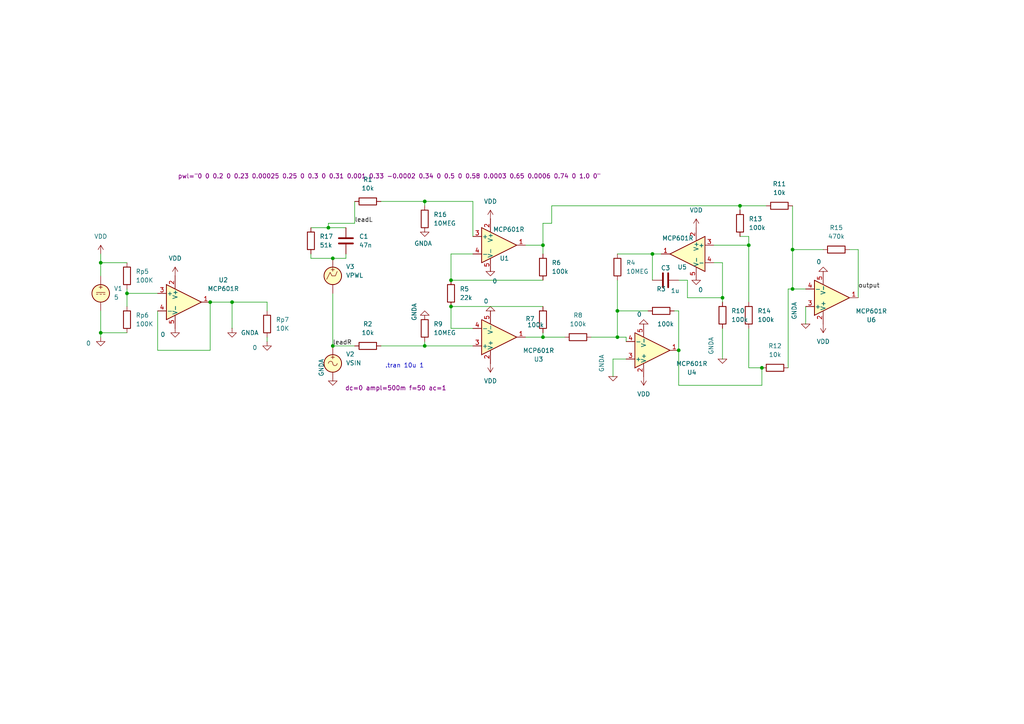
<source format=kicad_sch>
(kicad_sch (version 20250114) (generator "eeschema") (generator_version "9.0")
  (paper "A4")
  (lib_symbols
    (symbol "Amplifier_Operational:MCP601R" (pin_names (offset 0.127))
      (property "Reference" "U" (at 0 5.08 0))
      (property "Value" "MCP601R" (at 0 -5.08 0))
      (symbol "MCP601R_0_1"
        (polyline (pts (xy -5.08 5.08) (xy 5.08 0) (xy -5.08 -5.08) (xy -5.08 5.08)) (stroke (width 0.254)) (fill (type background)))
      )
      (symbol "MCP601R_1_1"
        (pin input line (at -7.62 2.54 0) (length 2.54) (name "+") (number "3"))
        (pin input line (at -7.62 -2.54 0) (length 2.54) (name "-") (number "4"))
        (pin power_in line (at -2.54 7.62 270) (length 3.81) (name "V+") (number "2"))
        (pin power_in line (at -2.54 -7.62 90) (length 3.81) (name "V-") (number "5"))
        (pin output line (at 7.62 0 180) (length 2.54) (name "~") (number "1"))
      )
    )
    (symbol "Device:C" (pin_numbers (hide yes)) (pin_names (offset 0.254))
      (property "Reference" "C" (at 0.635 2.54 0))
      (property "Value" "C" (at 0.635 -2.54 0))
      (symbol "C_0_1"
        (polyline (pts (xy -2.032 0.762) (xy 2.032 0.762)) (stroke (width 0.508)))
        (polyline (pts (xy -2.032 -0.762) (xy 2.032 -0.762)) (stroke (width 0.508)))
      )
      (symbol "C_1_1"
        (pin passive line (at 0 3.81 270) (length 2.794) (name "~") (number "1"))
        (pin passive line (at 0 -3.81 90) (length 2.794) (name "~") (number "2"))
      )
    )
    (symbol "Device:R" (pin_numbers (hide yes)) (pin_names (offset 0))
      (property "Reference" "R" (at 2.032 0 90))
      (property "Value" "R" (at 0 0 90))
      (symbol "R_0_1"
        (rectangle (start -1.016 -2.54) (end 1.016 2.54) (stroke (width 0.254)))
      )
      (symbol "R_1_1"
        (pin passive line (at 0 3.81 270) (length 1.27) (name "~") (number "1"))
        (pin passive line (at 0 -3.81 90) (length 1.27) (name "~") (number "2"))
      )
    )
    (symbol "Simulation_SPICE:0" (power) (pin_numbers (hide yes)) (pin_names (offset 0) (hide yes))
      (property "Value" "0" (at 0 -2.54 0))
      (symbol "0_0_1"
        (polyline (pts (xy -1.27 0) (xy 0 -1.27) (xy 1.27 0) (xy -1.27 0)))
      )
      (symbol "0_1_1"
        (pin power_in line (at 0 0 0) (length 0) (name "~") (number "1"))
      )
    )
    (symbol "Simulation_SPICE:VDC" (pin_numbers (hide yes)) (pin_names (offset 0.0254))
      (property "Reference" "V" (at 2.54 2.54 0))
      (property "Value" "1" (at 2.54 0 0))
      (symbol "VDC_0_0"
        (polyline (pts (xy -1.27 0.254) (xy 1.27 0.254)))
        (polyline (pts (xy -0.762 -0.254) (xy -1.27 -0.254)))
        (polyline (pts (xy 0.254 -0.254) (xy -0.254 -0.254)))
        (polyline (pts (xy 1.27 -0.254) (xy 0.762 -0.254)))
        (text "+" (at 0 1.905 0) (effects (font (size 1.27 1.27))))
      )
      (symbol "VDC_0_1"
        (circle (center 0 0) (radius 2.54) (stroke (width 0.254)) (fill (type background)))
      )
      (symbol "VDC_1_1"
        (pin passive line (at 0 5.08 270) (length 2.54) (name "~") (number "1"))
        (pin passive line (at 0 -5.08 90) (length 2.54) (name "~") (number "2"))
      )
    )
    (symbol "Simulation_SPICE:VPWL" (pin_numbers (hide yes)) (pin_names (offset 0.0254))
      (property "Reference" "V" (at 2.54 2.54 0))
      (property "Value" "VPWL" (at 2.54 0 0))
      (property "Sim.Params" "pwl=\"0 -1 50n -1 51n 0 97n 1 171n -1 200n -1\"" (at 2.54 -2.54 0))
      (symbol "VPWL_0_0"
        (polyline (pts (xy -1.778 -1.016) (xy -0.762 1.016) (xy -0.254 0) (xy 0.762 0) (xy 1.27 1.27)))
        (text "+" (at 0 1.905 0) (effects (font (size 1.27 1.27))))
      )
      (symbol "VPWL_0_1"
        (circle (center 0 0) (radius 2.54) (stroke (width 0.254)) (fill (type background)))
      )
      (symbol "VPWL_1_1"
        (pin passive line (at 0 5.08 270) (length 2.54) (name "~") (number "1"))
        (pin passive line (at 0 -5.08 90) (length 2.54) (name "~") (number "2"))
      )
    )
    (symbol "Simulation_SPICE:VSIN" (pin_numbers (hide yes)) (pin_names (offset 0.0254))
      (property "Reference" "V" (at 2.54 2.54 0))
      (property "Value" "VSIN" (at 2.54 0 0))
      (property "Sim.Params" "dc=0 ampl=1 f=1k ac=1" (at 2.54 -2.54 0))
      (symbol "VSIN_0_0"
        (arc (start -1.27 0) (mid -0.635 0.6323) (end 0 0))
        (arc (start 1.27 0) (mid 0.635 -0.6323) (end 0 0))
        (text "+" (at 0 1.905 0) (effects (font (size 1.27 1.27))))
      )
      (symbol "VSIN_0_1"
        (circle (center 0 0) (radius 2.54) (stroke (width 0.254)) (fill (type background)))
      )
      (symbol "VSIN_1_1"
        (pin passive line (at 0 5.08 270) (length 2.54) (name "~") (number "1"))
        (pin passive line (at 0 -5.08 90) (length 2.54) (name "~") (number "2"))
      )
    )
    (symbol "power:GND" (power) (pin_numbers (hide yes)) (pin_names (offset 0) (hide yes))
      (property "Value" "GND" (at 0 -3.81 0))
      (symbol "GND_0_1"
        (polyline (pts (xy 0 0) (xy 0 -1.27) (xy 1.27 -1.27) (xy 0 -2.54) (xy -1.27 -1.27) (xy 0 -1.27)))
      )
      (symbol "GND_1_1"
        (pin power_in line (at 0 0 270) (length 0) (name "~") (number "1"))
      )
    )
    (symbol "power:VDD" (power) (pin_numbers (hide yes)) (pin_names (offset 0) (hide yes))
      (property "Value" "VDD" (at 0 3.556 0))
      (symbol "VDD_0_1"
        (polyline (pts (xy -0.762 1.27) (xy 0 2.54)))
        (polyline (pts (xy 0 2.54) (xy 0.762 1.27)))
        (polyline (pts (xy 0 0) (xy 0 2.54)))
      )
      (symbol "VDD_1_1"
        (pin power_in line (at 0 0 90) (length 0) (name "~") (number "1"))
      )
    )
  )
  (text ".tran 10u 1" (at 117.348 106.172 0) (effects (font (size 1.27 1.27))))
  (junction (at 67.31 87.63))
  (junction (at 123.19 100.33))
  (junction (at 196.85 101.6))
  (junction (at 29.21 76.2))
  (junction (at 130.81 81.28))
  (junction (at 179.07 97.79))
  (junction (at 36.83 85.09))
  (junction (at 29.21 96.52))
  (junction (at 229.87 83.82))
  (junction (at 130.81 88.9))
  (junction (at 123.19 58.42))
  (junction (at 209.55 86.36))
  (junction (at 157.48 97.79))
  (junction (at 220.98 106.68))
  (junction (at 217.17 71.12))
  (junction (at 214.63 59.69))
  (junction (at 60.96 87.63))
  (junction (at 229.87 72.39))
  (junction (at 96.52 74.93))
  (junction (at 179.07 90.17))
  (junction (at 95.25 66.04))
  (junction (at 157.48 71.12))
  (junction (at 189.23 73.66))
  (junction (at 96.52 100.33))
  (wire (pts (xy 233.68 88.9) (xy 233.68 93.98)))
  (wire (pts (xy 209.55 86.36) (xy 209.55 87.63)))
  (wire (pts (xy 220.98 111.76) (xy 196.85 111.76)))
  (wire (pts (xy 102.87 58.42) (xy 102.87 64.77)))
  (wire (pts (xy 96.52 85.09) (xy 96.52 100.33)))
  (wire (pts (xy 214.63 59.69) (xy 160.02 59.69)))
  (wire (pts (xy 123.19 58.42) (xy 123.19 59.69)))
  (wire (pts (xy 95.25 64.77) (xy 102.87 64.77)))
  (wire (pts (xy 179.07 81.28) (xy 179.07 90.17)))
  (wire (pts (xy 179.07 97.79) (xy 181.61 97.79)))
  (wire (pts (xy 137.16 73.66) (xy 130.81 73.66)))
  (wire (pts (xy 157.48 96.52) (xy 157.48 97.79)))
  (wire (pts (xy 130.81 81.28) (xy 157.48 81.28)))
  (wire (pts (xy 228.6 83.82) (xy 229.87 83.82)))
  (wire (pts (xy 67.31 87.63) (xy 67.31 95.25)))
  (wire (pts (xy 229.87 83.82) (xy 233.68 83.82)))
  (wire (pts (xy 45.72 90.17) (xy 45.72 101.6)))
  (wire (pts (xy 209.55 76.2) (xy 209.55 86.36)))
  (wire (pts (xy 217.17 95.25) (xy 217.17 106.68)))
  (wire (pts (xy 130.81 88.9) (xy 157.48 88.9)))
  (wire (pts (xy 123.19 99.06) (xy 123.19 100.33)))
  (wire (pts (xy 36.83 76.2) (xy 29.21 76.2)))
  (wire (pts (xy 152.4 71.12) (xy 157.48 71.12)))
  (wire (pts (xy 179.07 73.66) (xy 189.23 73.66)))
  (wire (pts (xy 220.98 106.68) (xy 220.98 111.76)))
  (wire (pts (xy 123.19 58.42) (xy 137.16 58.42)))
  (wire (pts (xy 160.02 59.69) (xy 160.02 64.77)))
  (wire (pts (xy 45.72 101.6) (xy 60.96 101.6)))
  (wire (pts (xy 177.8 104.14) (xy 177.8 109.22)))
  (wire (pts (xy 160.02 64.77) (xy 157.48 64.77)))
  (wire (pts (xy 248.92 72.39) (xy 246.38 72.39)))
  (wire (pts (xy 36.83 85.09) (xy 36.83 88.9)))
  (wire (pts (xy 96.52 74.93) (xy 90.17 74.93)))
  (wire (pts (xy 95.25 66.04) (xy 95.25 64.77)))
  (wire (pts (xy 90.17 66.04) (xy 95.25 66.04)))
  (wire (pts (xy 123.19 100.33) (xy 137.16 100.33)))
  (wire (pts (xy 181.61 97.79) (xy 181.61 99.06)))
  (wire (pts (xy 29.21 76.2) (xy 29.21 73.66)))
  (wire (pts (xy 67.31 87.63) (xy 77.47 87.63)))
  (wire (pts (xy 179.07 90.17) (xy 179.07 97.79)))
  (wire (pts (xy 100.33 74.93) (xy 96.52 74.93)))
  (wire (pts (xy 229.87 72.39) (xy 229.87 83.82)))
  (wire (pts (xy 95.25 66.04) (xy 100.33 66.04)))
  (wire (pts (xy 196.85 90.17) (xy 196.85 101.6)))
  (wire (pts (xy 77.47 97.79) (xy 77.47 99.06)))
  (wire (pts (xy 199.39 86.36) (xy 209.55 86.36)))
  (wire (pts (xy 29.21 97.79) (xy 29.21 96.52)))
  (wire (pts (xy 110.49 100.33) (xy 123.19 100.33)))
  (wire (pts (xy 157.48 64.77) (xy 157.48 71.12)))
  (wire (pts (xy 36.83 96.52) (xy 29.21 96.52)))
  (wire (pts (xy 137.16 58.42) (xy 137.16 68.58)))
  (wire (pts (xy 171.45 97.79) (xy 179.07 97.79)))
  (wire (pts (xy 229.87 72.39) (xy 238.76 72.39)))
  (wire (pts (xy 189.23 73.66) (xy 189.23 81.28)))
  (wire (pts (xy 60.96 87.63) (xy 60.96 101.6)))
  (wire (pts (xy 199.39 81.28) (xy 199.39 86.36)))
  (wire (pts (xy 189.23 73.66) (xy 191.77 73.66)))
  (wire (pts (xy 196.85 111.76) (xy 196.85 101.6)))
  (wire (pts (xy 130.81 88.9) (xy 130.81 95.25)))
  (wire (pts (xy 100.33 74.93) (xy 100.33 73.66)))
  (wire (pts (xy 217.17 68.58) (xy 214.63 68.58)))
  (wire (pts (xy 229.87 59.69) (xy 229.87 72.39)))
  (wire (pts (xy 77.47 87.63) (xy 77.47 90.17)))
  (wire (pts (xy 217.17 87.63) (xy 217.17 71.12)))
  (wire (pts (xy 217.17 71.12) (xy 217.17 68.58)))
  (wire (pts (xy 214.63 59.69) (xy 214.63 60.96)))
  (wire (pts (xy 207.01 76.2) (xy 209.55 76.2)))
  (wire (pts (xy 137.16 95.25) (xy 130.81 95.25)))
  (wire (pts (xy 36.83 85.09) (xy 45.72 85.09)))
  (wire (pts (xy 96.52 100.33) (xy 102.87 100.33)))
  (wire (pts (xy 60.96 87.63) (xy 67.31 87.63)))
  (wire (pts (xy 196.85 81.28) (xy 199.39 81.28)))
  (wire (pts (xy 181.61 104.14) (xy 177.8 104.14)))
  (wire (pts (xy 110.49 58.42) (xy 123.19 58.42)))
  (wire (pts (xy 214.63 59.69) (xy 222.25 59.69)))
  (wire (pts (xy 187.96 90.17) (xy 179.07 90.17)))
  (wire (pts (xy 157.48 97.79) (xy 163.83 97.79)))
  (wire (pts (xy 29.21 76.2) (xy 29.21 80.01)))
  (wire (pts (xy 248.92 86.36) (xy 248.92 72.39)))
  (wire (pts (xy 207.01 71.12) (xy 217.17 71.12)))
  (wire (pts (xy 152.4 97.79) (xy 157.48 97.79)))
  (wire (pts (xy 29.21 96.52) (xy 29.21 90.17)))
  (wire (pts (xy 195.58 90.17) (xy 196.85 90.17)))
  (wire (pts (xy 157.48 71.12) (xy 157.48 73.66)))
  (wire (pts (xy 36.83 83.82) (xy 36.83 85.09)))
  (wire (pts (xy 130.81 73.66) (xy 130.81 81.28)))
  (wire (pts (xy 228.6 106.68) (xy 228.6 83.82)))
  (wire (pts (xy 217.17 106.68) (xy 220.98 106.68)))
  (wire (pts (xy 209.55 95.25) (xy 209.55 104.14)))
  (wire (pts (xy 90.17 74.93) (xy 90.17 73.66)))
  (label "leadL" (at 102.87 64.77 0))
  (label "leadR" (at 96.52 100.33 0))
  (label "output" (at 248.92 83.82 0))
  (symbol (lib_id "power:GND") (at 77.47 99.06 0) (unit 1)
    (property "Reference" "#PWR07" (effects (hide yes)))
    (property "Value" "0" (at 73.914 100.838 0))
    (property "Description" "Power symbol creates a global label with name \"GND\" , ground" (effects (hide yes)))
  )
  (symbol (lib_id "power:GND") (at 67.31 95.25 0) (unit 1)
    (property "Reference" "#PWR08" (effects (hide yes)))
    (property "Value" "GNDA" (at 69.85 96.5199 0) (effects (justify left)))
    (property "Description" "Power symbol creates a global label with name \"GND\" , ground" (effects (hide yes)))
  )
  (symbol (lib_id "Device:R") (at 90.17 69.85 180) (unit 1)
    (property "Reference" "R17" (at 92.71 68.5799 0) (effects (justify right)))
    (property "Value" "51k" (at 92.71 71.1199 0) (effects (justify right)))
    (property "Description" "Resistor" (effects (hide yes)))
  )
  (symbol (lib_id "Simulation_SPICE:0") (at 186.69 93.98 180) (unit 1)
    (property "Reference" "#GND05" (effects (hide yes)))
    (property "Value" "0" (at 185.42 91.186 0))
    (property "Datasheet" "https://ngspice.sourceforge.io/docs/ngspice-html-manual/manual.xhtml#subsec_Circuit_elements__device" (effects (hide yes)))
    (property "Description" "0V reference potential for simulation" (effects (hide yes)))
  )
  (symbol (lib_id "power:GND") (at 50.8 95.25 0) (unit 1)
    (property "Reference" "#PWR06" (effects (hide yes)))
    (property "Value" "0" (at 47.244 97.028 0))
    (property "Description" "Power symbol creates a global label with name \"GND\" , ground" (effects (hide yes)))
  )
  (symbol (lib_id "Device:C") (at 193.04 81.28 90) (unit 1)
    (property "Reference" "C3" (at 193.04 77.724 90))
    (property "Value" "1u" (at 195.834 84.328 90))
    (property "Description" "Unpolarized capacitor" (effects (hide yes)))
  )
  (symbol (lib_id "power:VDD") (at 201.93 66.04 0) (unit 1)
    (property "Reference" "#PWR05" (effects (hide yes)))
    (property "Value" "VDD" (at 201.93 60.96 0))
    (property "Description" "Power symbol creates a global label with name \"VDD\"" (effects (hide yes)))
  )
  (symbol (lib_id "Device:R") (at 36.83 80.01 0) (unit 1)
    (property "Reference" "Rp5" (at 39.37 78.7399 0) (effects (justify left)))
    (property "Value" "100K" (at 39.37 81.2799 0) (effects (justify left)))
    (property "Description" "Resistor" (effects (hide yes)))
  )
  (symbol (lib_id "Device:R") (at 106.68 100.33 90) (unit 1)
    (property "Reference" "R2" (at 106.68 93.98 90))
    (property "Value" "10k" (at 106.68 96.52 90))
    (property "Description" "Resistor" (effects (hide yes)))
  )
  (symbol (lib_id "Simulation_SPICE:VPWL") (at 96.52 80.01 0) (unit 1)
    (property "Reference" "V3" (at 100.33 77.3401 0) (effects (justify left)))
    (property "Value" "VPWL" (at 100.33 79.8801 0) (effects (justify left)))
    (property "Datasheet" "https://ngspice.sourceforge.io/docs/ngspice-html-manual/manual.xhtml#sec_Independent_Sources_for" (effects (hide yes)))
    (property "Description" "Voltage source, piece-wise linear" (effects (hide yes)))
    (property "Sim.Pins" "1=+ 2=-" (effects (hide yes)))
    (property "Sim.Device" "V" (effects (hide yes)))
    (property "Sim.Params" "pwl=\"0 0 0.2 0 0.23 0.00025 0.25 0 0.3 0 0.31 0.001 0.33 -0.0002 0.34 0 0.5 0 0.58 0.0003 0.65 0.0006 0.74 0 1.0 0\"" (at 51.562 51.054 0) (effects (justify left)))
    (property "Sim.Type" "PWL" (effects (hide yes)))
  )
  (symbol (lib_id "Device:R") (at 123.19 63.5 180) (unit 1)
    (property "Reference" "R16" (at 125.73 62.2299 0) (effects (justify right)))
    (property "Value" "10MEG" (at 125.73 64.7699 0) (effects (justify right)))
    (property "Description" "Resistor" (effects (hide yes)))
  )
  (symbol (lib_id "Device:R") (at 77.47 93.98 0) (unit 1)
    (property "Reference" "Rp7" (at 80.01 92.7099 0) (effects (justify left)))
    (property "Value" "10K" (at 80.01 95.2499 0) (effects (justify left)))
    (property "Description" "Resistor" (effects (hide yes)))
  )
  (symbol (lib_id "Device:R") (at 214.63 64.77 180) (unit 1)
    (property "Reference" "R13" (at 217.17 63.4999 0) (effects (justify right)))
    (property "Value" "100k" (at 217.17 66.0399 0) (effects (justify right)))
    (property "Description" "Resistor" (effects (hide yes)))
  )
  (symbol (lib_id "Device:R") (at 36.83 92.71 0) (unit 1)
    (property "Reference" "Rp6" (at 39.37 91.4399 0) (effects (justify left)))
    (property "Value" "100K" (at 39.37 93.9799 0) (effects (justify left)))
    (property "Description" "Resistor" (effects (hide yes)))
  )
  (symbol (lib_id "Device:R") (at 106.68 58.42 90) (unit 1)
    (property "Reference" "R1" (at 106.68 52.07 90))
    (property "Value" "10k" (at 106.68 54.61 90))
    (property "Description" "Resistor" (effects (hide yes)))
  )
  (symbol (lib_id "power:GND") (at 29.21 97.79 0) (unit 1)
    (property "Reference" "#PWR01" (effects (hide yes)))
    (property "Value" "0" (at 25.654 99.568 0))
    (property "Description" "Power symbol creates a global label with name \"GND\" , ground" (effects (hide yes)))
  )
  (symbol (lib_id "Amplifier_Operational:MCP601R") (at 241.3 86.36 0) (mirror x) (unit 1)
    (property "Reference" "U6" (at 252.73 92.7802 0))
    (property "Value" "MCP601R" (at 252.73 90.2402 0))
    (property "Footprint" "Package_TO_SOT_SMD:SOT-23-5" (effects (hide yes)))
    (property "Datasheet" "https://ww1.microchip.com/downloads/en/DeviceDoc/21314g.pdf" (effects (hide yes)))
    (property "Description" "Single 2.7V to 6.0V Single Supply CMOS Op Amps, SOT-23-5" (effects (hide yes)))
    (property "Sim.Library" "/home/pepika/work/faks/medicinska_elektronika/vezba1/MCP601_opamp.txt" (effects (hide yes)))
    (property "Sim.Name" "MCP601" (effects (hide yes)))
    (property "Sim.Device" "SUBCKT" (effects (hide yes)))
    (property "Sim.Pins" "1=5 2=3 3=1 4=2 5=4" (effects (hide yes)))
  )
  (symbol (lib_id "Amplifier_Operational:MCP601R") (at 189.23 101.6 0) (mirror x) (unit 1)
    (property "Reference" "U4" (at 200.66 108.0202 0))
    (property "Value" "MCP601R" (at 200.66 105.4802 0))
    (property "Footprint" "Package_TO_SOT_SMD:SOT-23-5" (effects (hide yes)))
    (property "Datasheet" "https://ww1.microchip.com/downloads/en/DeviceDoc/21314g.pdf" (effects (hide yes)))
    (property "Description" "Single 2.7V to 6.0V Single Supply CMOS Op Amps, SOT-23-5" (effects (hide yes)))
    (property "Sim.Library" "/home/pepika/work/faks/medicinska_elektronika/vezba1/MCP601_opamp.txt" (effects (hide yes)))
    (property "Sim.Name" "MCP601" (effects (hide yes)))
    (property "Sim.Device" "SUBCKT" (effects (hide yes)))
    (property "Sim.Pins" "1=5 2=3 3=1 4=2 5=4" (effects (hide yes)))
  )
  (symbol (lib_id "Simulation_SPICE:0") (at 142.24 78.74 0) (unit 1)
    (property "Reference" "#GND02" (effects (hide yes)))
    (property "Value" "0" (at 143.51 81.534 0))
    (property "Datasheet" "https://ngspice.sourceforge.io/docs/ngspice-html-manual/manual.xhtml#subsec_Circuit_elements__device" (effects (hide yes)))
    (property "Description" "0V reference potential for simulation" (effects (hide yes)))
  )
  (symbol (lib_id "Device:R") (at 123.19 95.25 180) (unit 1)
    (property "Reference" "R9" (at 125.73 93.9799 0) (effects (justify right)))
    (property "Value" "10MEG" (at 125.73 96.5199 0) (effects (justify right)))
    (property "Description" "Resistor" (effects (hide yes)))
  )
  (symbol (lib_id "power:VDD") (at 142.24 63.5 0) (unit 1)
    (property "Reference" "#PWR02" (effects (hide yes)))
    (property "Value" "VDD" (at 142.24 58.42 0))
    (property "Description" "Power symbol creates a global label with name \"VDD\"" (effects (hide yes)))
  )
  (symbol (lib_id "Device:R") (at 157.48 77.47 0) (unit 1)
    (property "Reference" "R6" (at 160.02 76.1999 0) (effects (justify left)))
    (property "Value" "100k" (at 160.02 78.7399 0) (effects (justify left)))
    (property "Description" "Resistor" (effects (hide yes)))
  )
  (symbol (lib_id "Device:C") (at 100.33 69.85 180) (unit 1)
    (property "Reference" "C1" (at 104.14 68.5799 0) (effects (justify right)))
    (property "Value" "47n" (at 104.14 71.1199 0) (effects (justify right)))
    (property "Description" "Unpolarized capacitor" (effects (hide yes)))
  )
  (symbol (lib_id "power:VDD") (at 142.24 105.41 180) (unit 1)
    (property "Reference" "#PWR03" (effects (hide yes)))
    (property "Value" "VDD" (at 142.24 110.49 0))
    (property "Description" "Power symbol creates a global label with name \"VDD\"" (effects (hide yes)))
  )
  (symbol (lib_id "Device:R") (at 191.77 90.17 270) (unit 1)
    (property "Reference" "R3" (at 191.77 83.82 90))
    (property "Value" "100k" (at 193.04 93.98 90))
    (property "Description" "Resistor" (effects (hide yes)))
  )
  (symbol (lib_id "Device:R") (at 209.55 91.44 0) (unit 1)
    (property "Reference" "R10" (at 212.09 90.1699 0) (effects (justify left)))
    (property "Value" "100k" (at 212.09 92.7099 0) (effects (justify left)))
    (property "Description" "Resistor" (effects (hide yes)))
  )
  (symbol (lib_id "Simulation_SPICE:0") (at 201.93 81.28 0) (unit 1)
    (property "Reference" "#GND04" (effects (hide yes)))
    (property "Value" "0" (at 203.2 84.074 0))
    (property "Datasheet" "https://ngspice.sourceforge.io/docs/ngspice-html-manual/manual.xhtml#subsec_Circuit_elements__device" (effects (hide yes)))
    (property "Description" "0V reference potential for simulation" (effects (hide yes)))
  )
  (symbol (lib_id "Device:R") (at 217.17 91.44 180) (unit 1)
    (property "Reference" "R14" (at 219.71 90.1699 0) (effects (justify right)))
    (property "Value" "100k" (at 219.71 92.7099 0) (effects (justify right)))
    (property "Description" "Resistor" (effects (hide yes)))
  )
  (symbol (lib_id "power:VDD") (at 238.76 93.98 180) (unit 1)
    (property "Reference" "#PWR011" (effects (hide yes)))
    (property "Value" "VDD" (at 238.76 99.06 0))
    (property "Description" "Power symbol creates a global label with name \"VDD\"" (effects (hide yes)))
  )
  (symbol (lib_id "Device:R") (at 130.81 85.09 180) (unit 1)
    (property "Reference" "R5" (at 133.35 83.8199 0) (effects (justify right)))
    (property "Value" "22k" (at 133.35 86.3599 0) (effects (justify right)))
    (property "Description" "Resistor" (effects (hide yes)))
  )
  (symbol (lib_id "Amplifier_Operational:MCP601R") (at 144.78 97.79 0) (mirror x) (unit 1)
    (property "Reference" "U3" (at 156.21 104.2102 0))
    (property "Value" "MCP601R" (at 156.21 101.6702 0))
    (property "Footprint" "Package_TO_SOT_SMD:SOT-23-5" (effects (hide yes)))
    (property "Datasheet" "https://ww1.microchip.com/downloads/en/DeviceDoc/21314g.pdf" (effects (hide yes)))
    (property "Description" "Single 2.7V to 6.0V Single Supply CMOS Op Amps, SOT-23-5" (effects (hide yes)))
    (property "Sim.Library" "/home/pepika/work/faks/medicinska_elektronika/vezba1/MCP601_opamp.txt" (effects (hide yes)))
    (property "Sim.Name" "MCP601" (effects (hide yes)))
    (property "Sim.Device" "SUBCKT" (effects (hide yes)))
    (property "Sim.Pins" "1=5 2=3 3=1 4=2 5=4" (effects (hide yes)))
  )
  (symbol (lib_id "Simulation_SPICE:0") (at 233.68 93.98 0) (unit 1)
    (property "Reference" "#GND09" (effects (hide yes)))
    (property "Value" "GNDA" (at 230.378 92.71 90) (effects (justify left)))
    (property "Datasheet" "https://ngspice.sourceforge.io/docs/ngspice-html-manual/manual.xhtml#subsec_Circuit_elements__device" (effects (hide yes)))
    (property "Description" "0V reference potential for simulation" (effects (hide yes)))
  )
  (symbol (lib_id "power:VDD") (at 50.8 80.01 0) (unit 1)
    (property "Reference" "#PWR010" (effects (hide yes)))
    (property "Value" "VDD" (at 50.8 74.93 0))
    (property "Description" "Power symbol creates a global label with name \"VDD\"" (effects (hide yes)))
  )
  (symbol (lib_id "Device:R") (at 179.07 77.47 0) (unit 1)
    (property "Reference" "R4" (at 181.61 76.1999 0) (effects (justify left)))
    (property "Value" "10MEG" (at 181.61 78.7399 0) (effects (justify left)))
    (property "Description" "Resistor" (effects (hide yes)))
  )
  (symbol (lib_id "power:VDD") (at 29.21 73.66 0) (unit 1)
    (property "Reference" "#PWR09" (effects (hide yes)))
    (property "Value" "VDD" (at 29.21 68.58 0))
    (property "Description" "Power symbol creates a global label with name \"VDD\"" (effects (hide yes)))
  )
  (symbol (lib_id "Amplifier_Operational:MCP601R") (at 199.39 73.66 0) (mirror y) (unit 1)
    (property "Reference" "U5" (at 197.866 77.47 0))
    (property "Value" "MCP601R" (at 196.596 69.088 0))
    (property "Footprint" "Package_TO_SOT_SMD:SOT-23-5" (effects (hide yes)))
    (property "Datasheet" "https://ww1.microchip.com/downloads/en/DeviceDoc/21314g.pdf" (effects (hide yes)))
    (property "Description" "Single 2.7V to 6.0V Single Supply CMOS Op Amps, SOT-23-5" (effects (hide yes)))
    (property "Sim.Library" "/home/pepika/work/faks/medicinska_elektronika/vezba1/MCP601_opamp.txt" (effects (hide yes)))
    (property "Sim.Name" "MCP601" (effects (hide yes)))
    (property "Sim.Device" "SUBCKT" (effects (hide yes)))
    (property "Sim.Pins" "1=5 2=3 3=1 4=2 5=4" (effects (hide yes)))
  )
  (symbol (lib_id "Device:R") (at 226.06 59.69 90) (unit 1)
    (property "Reference" "R11" (at 226.06 53.34 90))
    (property "Value" "10k" (at 226.06 55.88 90))
    (property "Description" "Resistor" (effects (hide yes)))
  )
  (symbol (lib_id "Device:R") (at 242.57 72.39 90) (unit 1)
    (property "Reference" "R15" (at 242.57 66.04 90))
    (property "Value" "470k" (at 242.57 68.58 90))
    (property "Description" "Resistor" (effects (hide yes)))
  )
  (symbol (lib_id "Simulation_SPICE:0") (at 238.76 78.74 180) (unit 1)
    (property "Reference" "#GND08" (effects (hide yes)))
    (property "Value" "0" (at 237.49 75.946 0))
    (property "Datasheet" "https://ngspice.sourceforge.io/docs/ngspice-html-manual/manual.xhtml#subsec_Circuit_elements__device" (effects (hide yes)))
    (property "Description" "0V reference potential for simulation" (effects (hide yes)))
  )
  (symbol (lib_id "Simulation_SPICE:0") (at 209.55 104.14 0) (unit 1)
    (property "Reference" "#GND06" (effects (hide yes)))
    (property "Value" "GNDA" (at 206.248 102.87 90) (effects (justify left)))
    (property "Datasheet" "https://ngspice.sourceforge.io/docs/ngspice-html-manual/manual.xhtml#subsec_Circuit_elements__device" (effects (hide yes)))
    (property "Description" "0V reference potential for simulation" (effects (hide yes)))
  )
  (symbol (lib_id "Simulation_SPICE:0") (at 142.24 90.17 180) (unit 1)
    (property "Reference" "#GND01" (effects (hide yes)))
    (property "Value" "0" (at 140.97 87.376 0))
    (property "Datasheet" "https://ngspice.sourceforge.io/docs/ngspice-html-manual/manual.xhtml#subsec_Circuit_elements__device" (effects (hide yes)))
    (property "Description" "0V reference potential for simulation" (effects (hide yes)))
  )
  (symbol (lib_id "Amplifier_Operational:MCP601R") (at 53.34 87.63 0) (unit 1)
    (property "Reference" "U2" (at 64.77 81.2098 0))
    (property "Value" "MCP601R" (at 64.77 83.7498 0))
    (property "Footprint" "Package_TO_SOT_SMD:SOT-23-5" (effects (hide yes)))
    (property "Datasheet" "https://ww1.microchip.com/downloads/en/DeviceDoc/21314g.pdf" (effects (hide yes)))
    (property "Description" "Single 2.7V to 6.0V Single Supply CMOS Op Amps, SOT-23-5" (effects (hide yes)))
    (property "Sim.Library" "/home/pepika/work/faks/medicinska_elektronika/vezba1/MCP601_opamp.txt" (effects (hide yes)))
    (property "Sim.Name" "MCP601" (effects (hide yes)))
    (property "Sim.Device" "SUBCKT" (effects (hide yes)))
    (property "Sim.Pins" "1=5 2=3 3=1 4=2 5=4" (effects (hide yes)))
  )
  (symbol (lib_id "Simulation_SPICE:0") (at 96.52 110.49 0) (unit 1)
    (property "Reference" "#GND012" (effects (hide yes)))
    (property "Value" "GNDA" (at 93.218 109.22 90) (effects (justify left)))
    (property "Datasheet" "https://ngspice.sourceforge.io/docs/ngspice-html-manual/manual.xhtml#subsec_Circuit_elements__device" (effects (hide yes)))
    (property "Description" "0V reference potential for simulation" (effects (hide yes)))
  )
  (symbol (lib_id "Simulation_SPICE:VDC") (at 29.21 85.09 0) (unit 1)
    (property "Reference" "V1" (at 33.02 83.6901 0) (effects (justify left)))
    (property "Value" "5" (at 33.02 86.2301 0) (effects (justify left)))
    (property "Datasheet" "https://ngspice.sourceforge.io/docs/ngspice-html-manual/manual.xhtml#sec_Independent_Sources_for" (effects (hide yes)))
    (property "Description" "Voltage source, DC" (effects (hide yes)))
    (property "Sim.Pins" "1=+ 2=-" (effects (hide yes)))
    (property "Sim.Type" "DC" (effects (hide yes)))
    (property "Sim.Device" "V" (effects (hide yes)))
  )
  (symbol (lib_id "Device:R") (at 157.48 92.71 0) (unit 1)
    (property "Reference" "R7" (at 152.4 92.456 0) (effects (justify left)))
    (property "Value" "100k" (at 152.908 94.234 0) (effects (justify left)))
    (property "Description" "Resistor" (effects (hide yes)))
  )
  (symbol (lib_id "Device:R") (at 167.64 97.79 270) (unit 1)
    (property "Reference" "R8" (at 167.64 91.44 90))
    (property "Value" "100k" (at 167.64 93.98 90))
    (property "Description" "Resistor" (effects (hide yes)))
  )
  (symbol (lib_id "Device:R") (at 224.79 106.68 90) (unit 1)
    (property "Reference" "R12" (at 224.79 100.33 90))
    (property "Value" "10k" (at 224.79 102.87 90))
    (property "Description" "Resistor" (effects (hide yes)))
  )
  (symbol (lib_id "Simulation_SPICE:0") (at 123.19 91.44 180) (unit 1)
    (property "Reference" "#GND011" (effects (hide yes)))
    (property "Value" "GNDA" (at 120.142 87.884 90) (effects (justify left)))
    (property "Datasheet" "https://ngspice.sourceforge.io/docs/ngspice-html-manual/manual.xhtml#subsec_Circuit_elements__device" (effects (hide yes)))
    (property "Description" "0V reference potential for simulation" (effects (hide yes)))
  )
  (symbol (lib_id "Simulation_SPICE:0") (at 123.19 67.31 0) (unit 1)
    (property "Reference" "#GND010" (effects (hide yes)))
    (property "Value" "GNDA" (at 120.142 70.612 0) (effects (justify left)))
    (property "Datasheet" "https://ngspice.sourceforge.io/docs/ngspice-html-manual/manual.xhtml#subsec_Circuit_elements__device" (effects (hide yes)))
    (property "Description" "0V reference potential for simulation" (effects (hide yes)))
  )
  (symbol (lib_id "Amplifier_Operational:MCP601R") (at 144.78 71.12 0) (unit 1)
    (property "Reference" "U1" (at 146.304 74.93 0))
    (property "Value" "MCP601R" (at 147.574 66.548 0))
    (property "Footprint" "Package_TO_SOT_SMD:SOT-23-5" (effects (hide yes)))
    (property "Datasheet" "https://ww1.microchip.com/downloads/en/DeviceDoc/21314g.pdf" (effects (hide yes)))
    (property "Description" "Single 2.7V to 6.0V Single Supply CMOS Op Amps, SOT-23-5" (effects (hide yes)))
    (property "Sim.Library" "/home/pepika/work/faks/medicinska_elektronika/vezba1/MCP601_opamp.txt" (effects (hide yes)))
    (property "Sim.Name" "MCP601" (effects (hide yes)))
    (property "Sim.Device" "SUBCKT" (effects (hide yes)))
    (property "Sim.Pins" "1=5 2=3 3=1 4=2 5=4" (effects (hide yes)))
  )
  (symbol (lib_id "Simulation_SPICE:0") (at 177.8 109.22 0) (unit 1)
    (property "Reference" "#GND03" (effects (hide yes)))
    (property "Value" "GNDA" (at 174.498 107.95 90) (effects (justify left)))
    (property "Datasheet" "https://ngspice.sourceforge.io/docs/ngspice-html-manual/manual.xhtml#subsec_Circuit_elements__device" (effects (hide yes)))
    (property "Description" "0V reference potential for simulation" (effects (hide yes)))
  )
  (symbol (lib_id "Simulation_SPICE:VSIN") (at 96.52 105.41 0) (unit 1)
    (property "Reference" "V2" (at 100.33 102.7401 0) (effects (justify left)))
    (property "Value" "VSIN" (at 100.33 105.2801 0) (effects (justify left)))
    (property "Datasheet" "https://ngspice.sourceforge.io/docs/ngspice-html-manual/manual.xhtml#sec_Independent_Sources_for" (effects (hide yes)))
    (property "Description" "Voltage source, sinusoidal" (effects (hide yes)))
    (property "Sim.Pins" "1=+ 2=-" (effects (hide yes)))
    (property "Sim.Params" "dc=0 ampl=500m f=50 ac=1" (at 100.076 112.522 0) (effects (justify left)))
    (property "Sim.Type" "SIN" (effects (hide yes)))
    (property "Sim.Device" "V" (effects (hide yes)))
  )
  (symbol (lib_id "power:VDD") (at 186.69 109.22 180) (unit 1)
    (property "Reference" "#PWR04" (effects (hide yes)))
    (property "Value" "VDD" (at 186.69 114.3 0))
    (property "Description" "Power symbol creates a global label with name \"VDD\"" (effects (hide yes)))
  )
)
</source>
